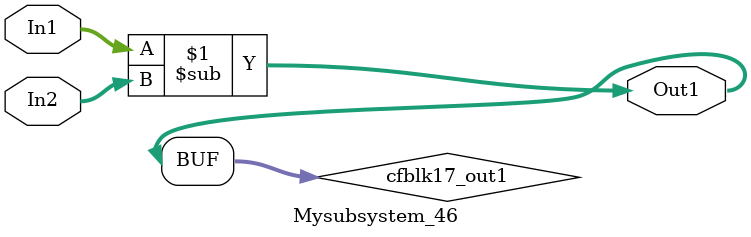
<source format=v>



`timescale 1 ns / 1 ns

module Mysubsystem_46
          (In1,
           In2,
           Out1);


  input   [7:0] In1;  // uint8
  input   [7:0] In2;  // uint8
  output  [7:0] Out1;  // uint8


  wire [7:0] cfblk17_out1;  // uint8


  assign cfblk17_out1 = In1 - In2;



  assign Out1 = cfblk17_out1;

endmodule  // Mysubsystem_46


</source>
